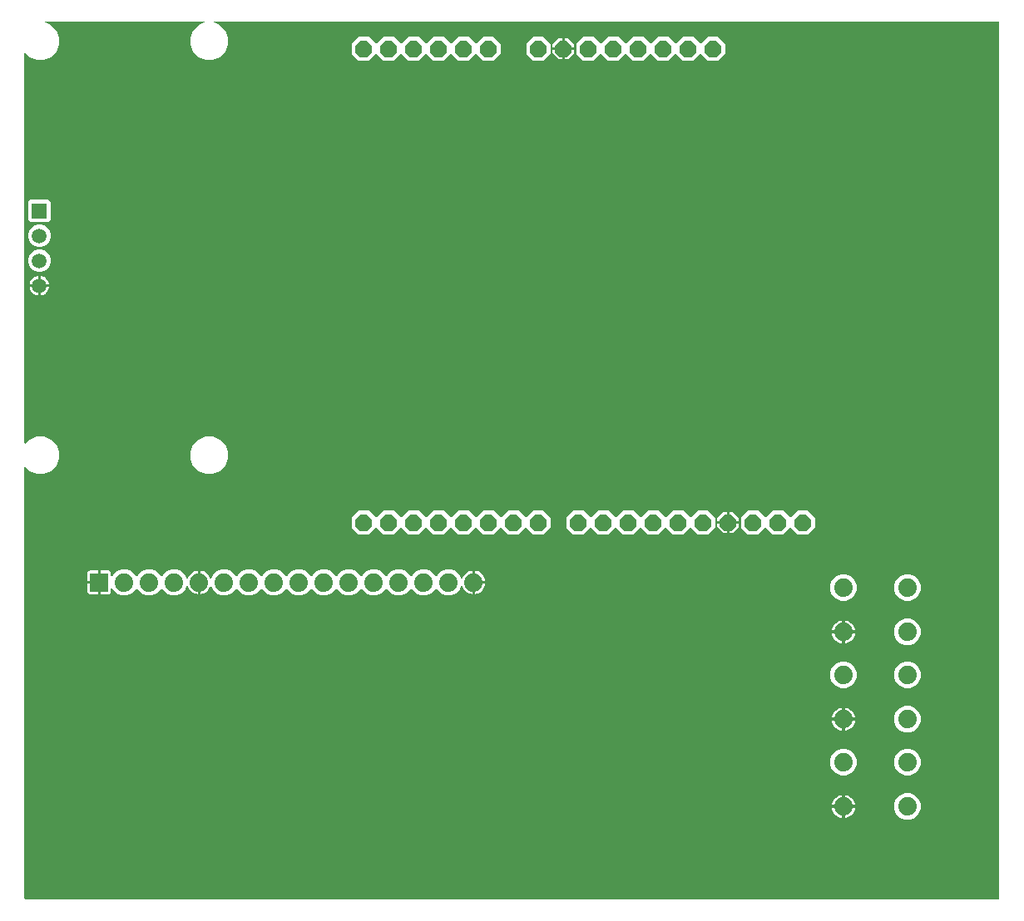
<source format=gbr>
G04 EAGLE Gerber X2 export*
%TF.Part,Single*%
%TF.FileFunction,Copper,L2,Bot,Mixed*%
%TF.FilePolarity,Positive*%
%TF.GenerationSoftware,Autodesk,EAGLE,9.1.3*%
%TF.CreationDate,2018-12-04T08:52:57Z*%
G75*
%MOMM*%
%FSLAX34Y34*%
%LPD*%
%AMOC8*
5,1,8,0,0,1.08239X$1,22.5*%
G01*
%ADD10R,1.879600X1.879600*%
%ADD11C,1.879600*%
%ADD12R,1.508000X1.508000*%
%ADD13C,1.508000*%
%ADD14P,1.814519X8X202.500000*%

G36*
X1001798Y10164D02*
X1001798Y10164D01*
X1001817Y10162D01*
X1001919Y10184D01*
X1002021Y10200D01*
X1002038Y10210D01*
X1002058Y10214D01*
X1002147Y10267D01*
X1002238Y10316D01*
X1002252Y10330D01*
X1002269Y10340D01*
X1002336Y10419D01*
X1002408Y10494D01*
X1002416Y10512D01*
X1002429Y10527D01*
X1002468Y10623D01*
X1002511Y10717D01*
X1002513Y10737D01*
X1002521Y10755D01*
X1002539Y10922D01*
X1002539Y903378D01*
X1002536Y903398D01*
X1002538Y903417D01*
X1002516Y903519D01*
X1002500Y903621D01*
X1002490Y903638D01*
X1002486Y903658D01*
X1002433Y903747D01*
X1002384Y903838D01*
X1002370Y903852D01*
X1002360Y903869D01*
X1002281Y903936D01*
X1002206Y904008D01*
X1002188Y904016D01*
X1002173Y904029D01*
X1002077Y904068D01*
X1001983Y904111D01*
X1001963Y904113D01*
X1001945Y904121D01*
X1001778Y904139D01*
X203817Y904139D01*
X203721Y904124D01*
X203624Y904114D01*
X203600Y904104D01*
X203575Y904100D01*
X203489Y904054D01*
X203400Y904014D01*
X203380Y903997D01*
X203357Y903984D01*
X203290Y903914D01*
X203218Y903848D01*
X203206Y903825D01*
X203188Y903806D01*
X203147Y903718D01*
X203100Y903632D01*
X203095Y903607D01*
X203084Y903583D01*
X203073Y903486D01*
X203056Y903390D01*
X203060Y903364D01*
X203057Y903339D01*
X203078Y903243D01*
X203092Y903147D01*
X203104Y903124D01*
X203109Y903098D01*
X203159Y903015D01*
X203203Y902928D01*
X203222Y902909D01*
X203236Y902887D01*
X203309Y902824D01*
X203379Y902756D01*
X203408Y902740D01*
X203422Y902727D01*
X203453Y902715D01*
X203526Y902675D01*
X209154Y900344D01*
X214544Y894954D01*
X217461Y887911D01*
X217461Y880289D01*
X214544Y873246D01*
X209154Y867856D01*
X202111Y864939D01*
X194489Y864939D01*
X187446Y867856D01*
X182056Y873246D01*
X179139Y880289D01*
X179139Y887911D01*
X182056Y894954D01*
X187446Y900344D01*
X193074Y902675D01*
X193157Y902726D01*
X193243Y902772D01*
X193261Y902791D01*
X193283Y902804D01*
X193345Y902879D01*
X193412Y902950D01*
X193423Y902974D01*
X193440Y902994D01*
X193475Y903085D01*
X193516Y903173D01*
X193519Y903199D01*
X193528Y903223D01*
X193532Y903321D01*
X193543Y903417D01*
X193537Y903443D01*
X193538Y903469D01*
X193511Y903563D01*
X193491Y903658D01*
X193477Y903680D01*
X193470Y903705D01*
X193414Y903785D01*
X193364Y903869D01*
X193345Y903886D01*
X193330Y903907D01*
X193252Y903966D01*
X193178Y904029D01*
X193153Y904039D01*
X193132Y904054D01*
X193040Y904084D01*
X192949Y904121D01*
X192917Y904124D01*
X192898Y904130D01*
X192865Y904130D01*
X192783Y904139D01*
X31817Y904139D01*
X31721Y904124D01*
X31624Y904114D01*
X31600Y904104D01*
X31575Y904100D01*
X31489Y904054D01*
X31400Y904014D01*
X31380Y903997D01*
X31357Y903984D01*
X31290Y903914D01*
X31218Y903848D01*
X31206Y903825D01*
X31188Y903806D01*
X31147Y903718D01*
X31100Y903632D01*
X31095Y903607D01*
X31084Y903583D01*
X31073Y903486D01*
X31056Y903390D01*
X31060Y903364D01*
X31057Y903339D01*
X31078Y903243D01*
X31092Y903147D01*
X31104Y903124D01*
X31109Y903098D01*
X31159Y903015D01*
X31203Y902928D01*
X31222Y902909D01*
X31236Y902887D01*
X31309Y902824D01*
X31379Y902756D01*
X31408Y902740D01*
X31422Y902727D01*
X31453Y902715D01*
X31526Y902675D01*
X37154Y900344D01*
X42544Y894954D01*
X45461Y887911D01*
X45461Y880289D01*
X42544Y873246D01*
X37154Y867856D01*
X30111Y864939D01*
X22489Y864939D01*
X15446Y867856D01*
X11460Y871842D01*
X11402Y871884D01*
X11350Y871934D01*
X11303Y871956D01*
X11261Y871986D01*
X11192Y872007D01*
X11127Y872037D01*
X11075Y872043D01*
X11025Y872058D01*
X10954Y872056D01*
X10883Y872064D01*
X10832Y872053D01*
X10780Y872052D01*
X10712Y872027D01*
X10642Y872012D01*
X10597Y871985D01*
X10549Y871967D01*
X10493Y871923D01*
X10431Y871886D01*
X10397Y871846D01*
X10357Y871814D01*
X10318Y871753D01*
X10271Y871699D01*
X10252Y871651D01*
X10224Y871607D01*
X10206Y871537D01*
X10179Y871471D01*
X10171Y871399D01*
X10163Y871368D01*
X10165Y871345D01*
X10161Y871304D01*
X10161Y474896D01*
X10172Y474825D01*
X10174Y474753D01*
X10192Y474704D01*
X10200Y474653D01*
X10234Y474590D01*
X10259Y474522D01*
X10291Y474482D01*
X10316Y474436D01*
X10368Y474386D01*
X10412Y474330D01*
X10456Y474302D01*
X10494Y474266D01*
X10559Y474236D01*
X10619Y474197D01*
X10670Y474185D01*
X10717Y474163D01*
X10788Y474155D01*
X10858Y474137D01*
X10910Y474141D01*
X10961Y474136D01*
X11032Y474151D01*
X11103Y474156D01*
X11151Y474177D01*
X11202Y474188D01*
X11263Y474225D01*
X11329Y474253D01*
X11385Y474298D01*
X11413Y474314D01*
X11428Y474332D01*
X11460Y474358D01*
X15446Y478344D01*
X22489Y481261D01*
X30111Y481261D01*
X37154Y478344D01*
X42544Y472954D01*
X45461Y465911D01*
X45461Y458289D01*
X42544Y451246D01*
X37154Y445856D01*
X30111Y442939D01*
X22489Y442939D01*
X15446Y445856D01*
X11460Y449842D01*
X11402Y449884D01*
X11350Y449934D01*
X11303Y449956D01*
X11261Y449986D01*
X11192Y450007D01*
X11127Y450037D01*
X11075Y450043D01*
X11025Y450058D01*
X10954Y450056D01*
X10883Y450064D01*
X10832Y450053D01*
X10780Y450052D01*
X10712Y450027D01*
X10642Y450012D01*
X10597Y449985D01*
X10549Y449967D01*
X10493Y449923D01*
X10431Y449886D01*
X10397Y449846D01*
X10357Y449814D01*
X10318Y449753D01*
X10271Y449699D01*
X10252Y449651D01*
X10224Y449607D01*
X10206Y449537D01*
X10179Y449471D01*
X10171Y449399D01*
X10163Y449368D01*
X10165Y449345D01*
X10161Y449304D01*
X10161Y10922D01*
X10164Y10902D01*
X10162Y10883D01*
X10184Y10781D01*
X10200Y10679D01*
X10210Y10662D01*
X10214Y10642D01*
X10267Y10553D01*
X10316Y10462D01*
X10330Y10448D01*
X10340Y10431D01*
X10419Y10364D01*
X10494Y10292D01*
X10512Y10284D01*
X10527Y10271D01*
X10623Y10232D01*
X10717Y10189D01*
X10737Y10187D01*
X10755Y10179D01*
X10922Y10161D01*
X1001778Y10161D01*
X1001798Y10164D01*
G37*
%LPC*%
G36*
X109135Y319401D02*
X109135Y319401D01*
X104210Y321441D01*
X100441Y325210D01*
X99803Y326750D01*
X99752Y326833D01*
X99706Y326919D01*
X99687Y326937D01*
X99674Y326959D01*
X99599Y327021D01*
X99528Y327088D01*
X99504Y327099D01*
X99484Y327116D01*
X99393Y327151D01*
X99305Y327192D01*
X99279Y327195D01*
X99255Y327204D01*
X99157Y327208D01*
X99061Y327219D01*
X99035Y327213D01*
X99009Y327215D01*
X98915Y327187D01*
X98820Y327167D01*
X98798Y327153D01*
X98773Y327146D01*
X98693Y327091D01*
X98609Y327041D01*
X98592Y327021D01*
X98571Y327006D01*
X98512Y326928D01*
X98449Y326854D01*
X98439Y326829D01*
X98424Y326808D01*
X98394Y326716D01*
X98357Y326626D01*
X98354Y326593D01*
X98348Y326575D01*
X98348Y326542D01*
X98339Y326459D01*
X98339Y323068D01*
X98166Y322421D01*
X97831Y321842D01*
X97358Y321369D01*
X96779Y321034D01*
X96132Y320861D01*
X87923Y320861D01*
X87923Y332038D01*
X87920Y332058D01*
X87922Y332077D01*
X87900Y332179D01*
X87883Y332281D01*
X87874Y332298D01*
X87870Y332318D01*
X87817Y332407D01*
X87768Y332498D01*
X87754Y332512D01*
X87744Y332529D01*
X87665Y332596D01*
X87590Y332667D01*
X87572Y332676D01*
X87557Y332689D01*
X87461Y332727D01*
X87367Y332771D01*
X87347Y332773D01*
X87329Y332781D01*
X87162Y332799D01*
X86399Y332799D01*
X86399Y332801D01*
X87162Y332801D01*
X87182Y332804D01*
X87201Y332802D01*
X87303Y332824D01*
X87405Y332841D01*
X87422Y332850D01*
X87442Y332854D01*
X87531Y332907D01*
X87622Y332956D01*
X87636Y332970D01*
X87653Y332980D01*
X87720Y333059D01*
X87791Y333134D01*
X87800Y333152D01*
X87813Y333167D01*
X87852Y333263D01*
X87895Y333357D01*
X87897Y333377D01*
X87905Y333395D01*
X87923Y333562D01*
X87923Y344739D01*
X96132Y344739D01*
X96779Y344566D01*
X97358Y344231D01*
X97831Y343758D01*
X98166Y343179D01*
X98339Y342532D01*
X98339Y339141D01*
X98354Y339045D01*
X98364Y338948D01*
X98374Y338924D01*
X98378Y338898D01*
X98424Y338813D01*
X98464Y338723D01*
X98481Y338704D01*
X98494Y338681D01*
X98564Y338614D01*
X98630Y338542D01*
X98653Y338530D01*
X98672Y338512D01*
X98760Y338471D01*
X98846Y338424D01*
X98871Y338419D01*
X98895Y338408D01*
X98992Y338397D01*
X99088Y338380D01*
X99114Y338384D01*
X99139Y338381D01*
X99235Y338402D01*
X99331Y338416D01*
X99354Y338428D01*
X99380Y338433D01*
X99463Y338483D01*
X99550Y338527D01*
X99569Y338546D01*
X99591Y338559D01*
X99654Y338633D01*
X99722Y338703D01*
X99738Y338731D01*
X99751Y338746D01*
X99763Y338777D01*
X99803Y338850D01*
X100441Y340390D01*
X104210Y344159D01*
X109135Y346199D01*
X114465Y346199D01*
X119390Y344159D01*
X123159Y340390D01*
X123797Y338850D01*
X123835Y338789D01*
X123864Y338724D01*
X123899Y338685D01*
X123926Y338641D01*
X123982Y338595D01*
X124030Y338542D01*
X124076Y338517D01*
X124116Y338484D01*
X124183Y338458D01*
X124246Y338424D01*
X124297Y338415D01*
X124345Y338396D01*
X124417Y338393D01*
X124488Y338380D01*
X124539Y338388D01*
X124591Y338386D01*
X124660Y338405D01*
X124731Y338416D01*
X124777Y338440D01*
X124827Y338454D01*
X124886Y338495D01*
X124950Y338527D01*
X124987Y338565D01*
X125029Y338594D01*
X125072Y338652D01*
X125122Y338703D01*
X125157Y338766D01*
X125176Y338792D01*
X125183Y338814D01*
X125203Y338850D01*
X125841Y340390D01*
X129610Y344159D01*
X134535Y346199D01*
X139865Y346199D01*
X144790Y344159D01*
X148559Y340390D01*
X149197Y338850D01*
X149235Y338789D01*
X149264Y338724D01*
X149299Y338685D01*
X149326Y338641D01*
X149382Y338595D01*
X149430Y338542D01*
X149476Y338517D01*
X149516Y338484D01*
X149583Y338458D01*
X149646Y338424D01*
X149697Y338415D01*
X149745Y338396D01*
X149817Y338393D01*
X149888Y338380D01*
X149939Y338388D01*
X149991Y338386D01*
X150060Y338405D01*
X150131Y338416D01*
X150177Y338440D01*
X150227Y338454D01*
X150286Y338495D01*
X150350Y338527D01*
X150387Y338565D01*
X150429Y338594D01*
X150472Y338652D01*
X150522Y338703D01*
X150557Y338766D01*
X150576Y338792D01*
X150583Y338814D01*
X150603Y338850D01*
X151241Y340390D01*
X155010Y344159D01*
X159935Y346199D01*
X165265Y346199D01*
X170190Y344159D01*
X173959Y340390D01*
X175385Y336947D01*
X175438Y336861D01*
X175487Y336771D01*
X175503Y336756D01*
X175515Y336738D01*
X175593Y336673D01*
X175667Y336604D01*
X175687Y336595D01*
X175704Y336581D01*
X175799Y336544D01*
X175891Y336503D01*
X175913Y336500D01*
X175934Y336493D01*
X176035Y336488D01*
X176136Y336478D01*
X176157Y336483D01*
X176180Y336482D01*
X176277Y336510D01*
X176376Y336533D01*
X176395Y336544D01*
X176416Y336551D01*
X176499Y336608D01*
X176585Y336661D01*
X176600Y336678D01*
X176618Y336691D01*
X176678Y336772D01*
X176743Y336850D01*
X176755Y336875D01*
X176765Y336888D01*
X176775Y336919D01*
X176812Y337003D01*
X176936Y337383D01*
X177789Y339057D01*
X178894Y340578D01*
X180222Y341906D01*
X181743Y343011D01*
X183417Y343864D01*
X185204Y344445D01*
X186477Y344646D01*
X186477Y333562D01*
X186480Y333542D01*
X186478Y333523D01*
X186500Y333421D01*
X186517Y333319D01*
X186526Y333302D01*
X186530Y333282D01*
X186583Y333193D01*
X186632Y333102D01*
X186646Y333088D01*
X186656Y333071D01*
X186735Y333004D01*
X186810Y332933D01*
X186828Y332924D01*
X186843Y332911D01*
X186939Y332873D01*
X187033Y332829D01*
X187053Y332827D01*
X187071Y332819D01*
X187238Y332801D01*
X188762Y332801D01*
X188782Y332804D01*
X188801Y332802D01*
X188903Y332824D01*
X189005Y332841D01*
X189022Y332850D01*
X189042Y332854D01*
X189131Y332907D01*
X189222Y332956D01*
X189236Y332970D01*
X189253Y332980D01*
X189320Y333059D01*
X189391Y333134D01*
X189400Y333152D01*
X189413Y333167D01*
X189452Y333263D01*
X189495Y333357D01*
X189497Y333377D01*
X189505Y333395D01*
X189523Y333562D01*
X189523Y344646D01*
X190796Y344445D01*
X192583Y343864D01*
X194257Y343011D01*
X195778Y341906D01*
X197106Y340578D01*
X198211Y339057D01*
X199064Y337383D01*
X199188Y337003D01*
X199234Y336913D01*
X199275Y336820D01*
X199290Y336804D01*
X199300Y336784D01*
X199373Y336714D01*
X199442Y336639D01*
X199461Y336628D01*
X199477Y336613D01*
X199568Y336569D01*
X199657Y336520D01*
X199679Y336516D01*
X199699Y336507D01*
X199799Y336495D01*
X199899Y336477D01*
X199921Y336480D01*
X199943Y336477D01*
X200042Y336498D01*
X200143Y336513D01*
X200162Y336523D01*
X200184Y336527D01*
X200271Y336578D01*
X200362Y336624D01*
X200377Y336640D01*
X200396Y336651D01*
X200463Y336727D01*
X200534Y336800D01*
X200547Y336824D01*
X200558Y336836D01*
X200571Y336866D01*
X200615Y336947D01*
X202041Y340390D01*
X205810Y344159D01*
X210735Y346199D01*
X216065Y346199D01*
X220990Y344159D01*
X224759Y340390D01*
X225397Y338850D01*
X225435Y338789D01*
X225464Y338724D01*
X225499Y338685D01*
X225526Y338641D01*
X225582Y338595D01*
X225630Y338542D01*
X225676Y338517D01*
X225716Y338484D01*
X225783Y338458D01*
X225846Y338424D01*
X225897Y338415D01*
X225945Y338396D01*
X226017Y338393D01*
X226088Y338380D01*
X226139Y338388D01*
X226191Y338386D01*
X226260Y338405D01*
X226331Y338416D01*
X226377Y338440D01*
X226427Y338454D01*
X226486Y338495D01*
X226550Y338527D01*
X226587Y338565D01*
X226629Y338594D01*
X226672Y338652D01*
X226722Y338703D01*
X226757Y338766D01*
X226776Y338792D01*
X226783Y338814D01*
X226803Y338850D01*
X227441Y340390D01*
X231210Y344159D01*
X236135Y346199D01*
X241465Y346199D01*
X246390Y344159D01*
X250159Y340390D01*
X250797Y338850D01*
X250835Y338789D01*
X250864Y338724D01*
X250899Y338685D01*
X250926Y338641D01*
X250982Y338595D01*
X251030Y338542D01*
X251076Y338517D01*
X251116Y338484D01*
X251183Y338458D01*
X251246Y338424D01*
X251297Y338415D01*
X251345Y338396D01*
X251417Y338393D01*
X251488Y338380D01*
X251539Y338388D01*
X251591Y338386D01*
X251660Y338405D01*
X251731Y338416D01*
X251777Y338440D01*
X251827Y338454D01*
X251886Y338495D01*
X251950Y338527D01*
X251987Y338565D01*
X252029Y338594D01*
X252072Y338652D01*
X252122Y338703D01*
X252157Y338766D01*
X252176Y338792D01*
X252183Y338814D01*
X252203Y338850D01*
X252841Y340390D01*
X256610Y344159D01*
X261535Y346199D01*
X266865Y346199D01*
X271790Y344159D01*
X275559Y340390D01*
X276197Y338850D01*
X276235Y338789D01*
X276264Y338724D01*
X276299Y338685D01*
X276326Y338641D01*
X276382Y338595D01*
X276430Y338542D01*
X276476Y338517D01*
X276516Y338484D01*
X276583Y338458D01*
X276646Y338424D01*
X276697Y338415D01*
X276745Y338396D01*
X276817Y338393D01*
X276888Y338380D01*
X276939Y338388D01*
X276991Y338386D01*
X277060Y338405D01*
X277131Y338416D01*
X277177Y338440D01*
X277227Y338454D01*
X277286Y338495D01*
X277350Y338527D01*
X277387Y338565D01*
X277429Y338594D01*
X277472Y338652D01*
X277522Y338703D01*
X277557Y338766D01*
X277576Y338792D01*
X277583Y338814D01*
X277603Y338850D01*
X278241Y340390D01*
X282010Y344159D01*
X286935Y346199D01*
X292265Y346199D01*
X297190Y344159D01*
X300959Y340390D01*
X301597Y338850D01*
X301635Y338789D01*
X301664Y338724D01*
X301699Y338685D01*
X301726Y338641D01*
X301782Y338595D01*
X301830Y338542D01*
X301876Y338517D01*
X301916Y338484D01*
X301983Y338458D01*
X302046Y338424D01*
X302097Y338415D01*
X302145Y338396D01*
X302217Y338393D01*
X302288Y338380D01*
X302339Y338388D01*
X302391Y338386D01*
X302460Y338405D01*
X302531Y338416D01*
X302577Y338440D01*
X302627Y338454D01*
X302686Y338495D01*
X302750Y338527D01*
X302787Y338565D01*
X302829Y338594D01*
X302872Y338652D01*
X302922Y338703D01*
X302957Y338766D01*
X302976Y338792D01*
X302983Y338814D01*
X303003Y338850D01*
X303641Y340390D01*
X307410Y344159D01*
X312335Y346199D01*
X317665Y346199D01*
X322590Y344159D01*
X326359Y340390D01*
X326997Y338850D01*
X327035Y338789D01*
X327064Y338724D01*
X327099Y338685D01*
X327126Y338641D01*
X327182Y338595D01*
X327230Y338542D01*
X327276Y338517D01*
X327316Y338484D01*
X327383Y338458D01*
X327446Y338424D01*
X327497Y338415D01*
X327545Y338396D01*
X327617Y338393D01*
X327688Y338380D01*
X327739Y338388D01*
X327791Y338386D01*
X327860Y338405D01*
X327931Y338416D01*
X327977Y338440D01*
X328027Y338454D01*
X328086Y338495D01*
X328150Y338527D01*
X328187Y338565D01*
X328229Y338594D01*
X328272Y338652D01*
X328322Y338703D01*
X328357Y338766D01*
X328376Y338792D01*
X328383Y338814D01*
X328403Y338850D01*
X329041Y340390D01*
X332810Y344159D01*
X337735Y346199D01*
X343065Y346199D01*
X347990Y344159D01*
X351759Y340390D01*
X352397Y338850D01*
X352435Y338789D01*
X352464Y338724D01*
X352499Y338685D01*
X352526Y338641D01*
X352582Y338595D01*
X352630Y338542D01*
X352676Y338517D01*
X352716Y338484D01*
X352783Y338458D01*
X352846Y338424D01*
X352897Y338415D01*
X352945Y338396D01*
X353017Y338393D01*
X353088Y338380D01*
X353139Y338388D01*
X353191Y338386D01*
X353260Y338405D01*
X353331Y338416D01*
X353377Y338440D01*
X353427Y338454D01*
X353486Y338495D01*
X353550Y338527D01*
X353587Y338565D01*
X353629Y338594D01*
X353672Y338652D01*
X353722Y338703D01*
X353757Y338766D01*
X353776Y338792D01*
X353783Y338814D01*
X353803Y338850D01*
X354441Y340390D01*
X358210Y344159D01*
X363135Y346199D01*
X368465Y346199D01*
X373390Y344159D01*
X377159Y340390D01*
X377797Y338850D01*
X377835Y338789D01*
X377864Y338724D01*
X377899Y338685D01*
X377926Y338641D01*
X377982Y338595D01*
X378030Y338542D01*
X378076Y338517D01*
X378116Y338484D01*
X378183Y338458D01*
X378246Y338424D01*
X378297Y338415D01*
X378345Y338396D01*
X378417Y338393D01*
X378488Y338380D01*
X378539Y338388D01*
X378591Y338386D01*
X378660Y338405D01*
X378731Y338416D01*
X378777Y338440D01*
X378827Y338454D01*
X378886Y338495D01*
X378950Y338527D01*
X378987Y338565D01*
X379029Y338594D01*
X379072Y338652D01*
X379122Y338703D01*
X379157Y338766D01*
X379176Y338792D01*
X379183Y338814D01*
X379203Y338850D01*
X379841Y340390D01*
X383610Y344159D01*
X388535Y346199D01*
X393865Y346199D01*
X398790Y344159D01*
X402559Y340390D01*
X403197Y338850D01*
X403235Y338789D01*
X403264Y338724D01*
X403299Y338685D01*
X403326Y338641D01*
X403382Y338595D01*
X403430Y338542D01*
X403476Y338517D01*
X403516Y338484D01*
X403583Y338458D01*
X403646Y338424D01*
X403697Y338415D01*
X403745Y338396D01*
X403817Y338393D01*
X403888Y338380D01*
X403939Y338388D01*
X403991Y338386D01*
X404060Y338405D01*
X404131Y338416D01*
X404177Y338440D01*
X404227Y338454D01*
X404286Y338495D01*
X404350Y338527D01*
X404387Y338565D01*
X404429Y338594D01*
X404472Y338652D01*
X404522Y338703D01*
X404557Y338766D01*
X404576Y338792D01*
X404583Y338814D01*
X404603Y338850D01*
X405241Y340390D01*
X409010Y344159D01*
X413935Y346199D01*
X419265Y346199D01*
X424190Y344159D01*
X427959Y340390D01*
X428597Y338850D01*
X428635Y338789D01*
X428664Y338724D01*
X428699Y338685D01*
X428726Y338641D01*
X428782Y338595D01*
X428830Y338542D01*
X428876Y338517D01*
X428916Y338484D01*
X428983Y338458D01*
X429046Y338424D01*
X429097Y338415D01*
X429145Y338396D01*
X429217Y338393D01*
X429288Y338380D01*
X429339Y338388D01*
X429391Y338386D01*
X429460Y338405D01*
X429531Y338416D01*
X429577Y338440D01*
X429627Y338454D01*
X429686Y338495D01*
X429750Y338527D01*
X429787Y338565D01*
X429829Y338594D01*
X429872Y338652D01*
X429922Y338703D01*
X429957Y338766D01*
X429976Y338792D01*
X429983Y338814D01*
X430003Y338850D01*
X430641Y340390D01*
X434410Y344159D01*
X439335Y346199D01*
X444665Y346199D01*
X449590Y344159D01*
X453359Y340390D01*
X454785Y336947D01*
X454838Y336861D01*
X454887Y336771D01*
X454903Y336756D01*
X454915Y336738D01*
X454993Y336673D01*
X455067Y336604D01*
X455087Y336595D01*
X455104Y336581D01*
X455199Y336544D01*
X455291Y336503D01*
X455313Y336500D01*
X455334Y336493D01*
X455435Y336488D01*
X455536Y336478D01*
X455557Y336483D01*
X455580Y336482D01*
X455677Y336510D01*
X455776Y336533D01*
X455795Y336544D01*
X455816Y336551D01*
X455899Y336608D01*
X455985Y336661D01*
X456000Y336678D01*
X456018Y336691D01*
X456078Y336772D01*
X456143Y336850D01*
X456155Y336875D01*
X456165Y336888D01*
X456175Y336919D01*
X456212Y337003D01*
X456336Y337383D01*
X457189Y339057D01*
X458294Y340578D01*
X459622Y341906D01*
X461143Y343011D01*
X462817Y343864D01*
X464604Y344445D01*
X465877Y344646D01*
X465877Y333562D01*
X465880Y333542D01*
X465878Y333523D01*
X465900Y333421D01*
X465917Y333319D01*
X465926Y333302D01*
X465930Y333282D01*
X465983Y333193D01*
X466032Y333102D01*
X466046Y333088D01*
X466056Y333071D01*
X466135Y333004D01*
X466210Y332933D01*
X466228Y332924D01*
X466243Y332911D01*
X466339Y332873D01*
X466433Y332829D01*
X466453Y332827D01*
X466471Y332819D01*
X466638Y332801D01*
X467401Y332801D01*
X467401Y332799D01*
X466638Y332799D01*
X466618Y332796D01*
X466599Y332798D01*
X466497Y332776D01*
X466395Y332759D01*
X466378Y332750D01*
X466358Y332746D01*
X466269Y332693D01*
X466178Y332644D01*
X466164Y332630D01*
X466147Y332620D01*
X466080Y332541D01*
X466009Y332466D01*
X466000Y332448D01*
X465987Y332433D01*
X465948Y332337D01*
X465905Y332243D01*
X465903Y332223D01*
X465895Y332205D01*
X465877Y332038D01*
X465877Y320954D01*
X464604Y321155D01*
X462817Y321736D01*
X461143Y322589D01*
X459622Y323694D01*
X458294Y325022D01*
X457189Y326543D01*
X456336Y328217D01*
X456212Y328597D01*
X456166Y328687D01*
X456125Y328780D01*
X456110Y328796D01*
X456100Y328816D01*
X456027Y328886D01*
X455958Y328961D01*
X455939Y328972D01*
X455923Y328987D01*
X455832Y329031D01*
X455743Y329080D01*
X455721Y329084D01*
X455701Y329093D01*
X455601Y329105D01*
X455501Y329123D01*
X455479Y329120D01*
X455457Y329123D01*
X455358Y329102D01*
X455257Y329087D01*
X455238Y329077D01*
X455216Y329073D01*
X455129Y329022D01*
X455038Y328976D01*
X455023Y328960D01*
X455004Y328949D01*
X454937Y328873D01*
X454866Y328800D01*
X454853Y328776D01*
X454842Y328764D01*
X454829Y328734D01*
X454785Y328653D01*
X453359Y325210D01*
X449590Y321441D01*
X444665Y319401D01*
X439335Y319401D01*
X434410Y321441D01*
X430641Y325210D01*
X430003Y326750D01*
X429965Y326811D01*
X429936Y326876D01*
X429901Y326915D01*
X429874Y326959D01*
X429818Y327005D01*
X429770Y327058D01*
X429724Y327083D01*
X429684Y327116D01*
X429617Y327142D01*
X429554Y327176D01*
X429503Y327185D01*
X429455Y327204D01*
X429383Y327207D01*
X429312Y327220D01*
X429261Y327212D01*
X429209Y327214D01*
X429140Y327195D01*
X429069Y327184D01*
X429023Y327160D01*
X428973Y327146D01*
X428914Y327105D01*
X428850Y327073D01*
X428813Y327035D01*
X428771Y327006D01*
X428728Y326948D01*
X428678Y326897D01*
X428643Y326834D01*
X428624Y326808D01*
X428617Y326786D01*
X428597Y326750D01*
X427959Y325210D01*
X424190Y321441D01*
X419265Y319401D01*
X413935Y319401D01*
X409010Y321441D01*
X405241Y325210D01*
X404603Y326750D01*
X404565Y326811D01*
X404536Y326876D01*
X404501Y326915D01*
X404474Y326959D01*
X404418Y327005D01*
X404370Y327058D01*
X404324Y327083D01*
X404284Y327116D01*
X404217Y327142D01*
X404154Y327176D01*
X404103Y327185D01*
X404055Y327204D01*
X403983Y327207D01*
X403912Y327220D01*
X403861Y327212D01*
X403809Y327214D01*
X403740Y327195D01*
X403669Y327184D01*
X403623Y327160D01*
X403573Y327146D01*
X403514Y327105D01*
X403450Y327073D01*
X403413Y327035D01*
X403371Y327006D01*
X403328Y326948D01*
X403278Y326897D01*
X403243Y326834D01*
X403224Y326808D01*
X403217Y326786D01*
X403197Y326750D01*
X402559Y325210D01*
X398790Y321441D01*
X393865Y319401D01*
X388535Y319401D01*
X383610Y321441D01*
X379841Y325210D01*
X379203Y326750D01*
X379165Y326811D01*
X379136Y326876D01*
X379101Y326915D01*
X379074Y326959D01*
X379018Y327005D01*
X378970Y327058D01*
X378924Y327083D01*
X378884Y327116D01*
X378817Y327142D01*
X378754Y327176D01*
X378703Y327185D01*
X378655Y327204D01*
X378583Y327207D01*
X378512Y327220D01*
X378461Y327212D01*
X378409Y327214D01*
X378340Y327195D01*
X378269Y327184D01*
X378223Y327160D01*
X378173Y327146D01*
X378114Y327105D01*
X378050Y327073D01*
X378013Y327035D01*
X377971Y327006D01*
X377928Y326948D01*
X377878Y326897D01*
X377843Y326834D01*
X377824Y326808D01*
X377817Y326786D01*
X377797Y326750D01*
X377159Y325210D01*
X373390Y321441D01*
X368465Y319401D01*
X363135Y319401D01*
X358210Y321441D01*
X354441Y325210D01*
X353803Y326750D01*
X353765Y326811D01*
X353736Y326876D01*
X353701Y326915D01*
X353674Y326959D01*
X353618Y327005D01*
X353570Y327058D01*
X353524Y327083D01*
X353484Y327116D01*
X353417Y327142D01*
X353354Y327176D01*
X353303Y327185D01*
X353255Y327204D01*
X353183Y327207D01*
X353112Y327220D01*
X353061Y327212D01*
X353009Y327214D01*
X352940Y327195D01*
X352869Y327184D01*
X352823Y327160D01*
X352773Y327146D01*
X352714Y327105D01*
X352650Y327073D01*
X352613Y327035D01*
X352571Y327006D01*
X352528Y326948D01*
X352478Y326897D01*
X352443Y326834D01*
X352424Y326808D01*
X352417Y326786D01*
X352397Y326750D01*
X351759Y325210D01*
X347990Y321441D01*
X343065Y319401D01*
X337735Y319401D01*
X332810Y321441D01*
X329041Y325210D01*
X328403Y326750D01*
X328365Y326811D01*
X328336Y326876D01*
X328301Y326915D01*
X328274Y326959D01*
X328218Y327005D01*
X328170Y327058D01*
X328124Y327083D01*
X328084Y327116D01*
X328017Y327142D01*
X327954Y327176D01*
X327903Y327185D01*
X327855Y327204D01*
X327783Y327207D01*
X327712Y327220D01*
X327661Y327212D01*
X327609Y327214D01*
X327540Y327195D01*
X327469Y327184D01*
X327423Y327160D01*
X327373Y327146D01*
X327314Y327105D01*
X327250Y327073D01*
X327213Y327035D01*
X327171Y327006D01*
X327128Y326948D01*
X327078Y326897D01*
X327043Y326834D01*
X327024Y326808D01*
X327017Y326786D01*
X326997Y326750D01*
X326359Y325210D01*
X322590Y321441D01*
X317665Y319401D01*
X312335Y319401D01*
X307410Y321441D01*
X303641Y325210D01*
X303003Y326750D01*
X302965Y326811D01*
X302936Y326876D01*
X302901Y326915D01*
X302874Y326959D01*
X302818Y327005D01*
X302770Y327058D01*
X302724Y327083D01*
X302684Y327116D01*
X302617Y327142D01*
X302554Y327176D01*
X302503Y327185D01*
X302455Y327204D01*
X302383Y327207D01*
X302312Y327220D01*
X302261Y327212D01*
X302209Y327214D01*
X302140Y327195D01*
X302069Y327184D01*
X302023Y327160D01*
X301973Y327146D01*
X301914Y327105D01*
X301850Y327073D01*
X301813Y327035D01*
X301771Y327006D01*
X301728Y326948D01*
X301678Y326897D01*
X301643Y326834D01*
X301624Y326808D01*
X301617Y326786D01*
X301597Y326750D01*
X300959Y325210D01*
X297190Y321441D01*
X292265Y319401D01*
X286935Y319401D01*
X282010Y321441D01*
X278241Y325210D01*
X277603Y326750D01*
X277565Y326811D01*
X277536Y326876D01*
X277501Y326915D01*
X277474Y326959D01*
X277418Y327005D01*
X277370Y327058D01*
X277324Y327083D01*
X277284Y327116D01*
X277217Y327142D01*
X277154Y327176D01*
X277103Y327185D01*
X277055Y327204D01*
X276983Y327207D01*
X276912Y327220D01*
X276861Y327212D01*
X276809Y327214D01*
X276740Y327195D01*
X276669Y327184D01*
X276623Y327160D01*
X276573Y327146D01*
X276514Y327105D01*
X276450Y327073D01*
X276413Y327035D01*
X276371Y327006D01*
X276328Y326948D01*
X276278Y326897D01*
X276243Y326834D01*
X276224Y326808D01*
X276217Y326786D01*
X276197Y326750D01*
X275559Y325210D01*
X271790Y321441D01*
X266865Y319401D01*
X261535Y319401D01*
X256610Y321441D01*
X252841Y325210D01*
X252203Y326750D01*
X252165Y326811D01*
X252136Y326876D01*
X252101Y326915D01*
X252074Y326959D01*
X252018Y327005D01*
X251970Y327058D01*
X251924Y327083D01*
X251884Y327116D01*
X251817Y327142D01*
X251754Y327176D01*
X251703Y327185D01*
X251655Y327204D01*
X251583Y327207D01*
X251512Y327220D01*
X251461Y327212D01*
X251409Y327214D01*
X251340Y327195D01*
X251269Y327184D01*
X251223Y327160D01*
X251173Y327146D01*
X251114Y327105D01*
X251050Y327073D01*
X251013Y327035D01*
X250971Y327006D01*
X250928Y326948D01*
X250878Y326897D01*
X250843Y326834D01*
X250824Y326808D01*
X250817Y326786D01*
X250797Y326750D01*
X250159Y325210D01*
X246390Y321441D01*
X241465Y319401D01*
X236135Y319401D01*
X231210Y321441D01*
X227441Y325210D01*
X226803Y326750D01*
X226765Y326811D01*
X226736Y326876D01*
X226701Y326915D01*
X226674Y326959D01*
X226618Y327005D01*
X226570Y327058D01*
X226524Y327083D01*
X226484Y327116D01*
X226417Y327142D01*
X226354Y327176D01*
X226303Y327185D01*
X226255Y327204D01*
X226183Y327207D01*
X226112Y327220D01*
X226061Y327212D01*
X226009Y327214D01*
X225940Y327195D01*
X225869Y327184D01*
X225823Y327160D01*
X225773Y327146D01*
X225714Y327105D01*
X225650Y327073D01*
X225613Y327035D01*
X225571Y327006D01*
X225528Y326948D01*
X225478Y326897D01*
X225443Y326834D01*
X225424Y326808D01*
X225417Y326786D01*
X225397Y326750D01*
X224759Y325210D01*
X220990Y321441D01*
X216065Y319401D01*
X210735Y319401D01*
X205810Y321441D01*
X202041Y325210D01*
X200615Y328653D01*
X200562Y328739D01*
X200513Y328829D01*
X200497Y328844D01*
X200485Y328862D01*
X200407Y328927D01*
X200333Y328996D01*
X200313Y329005D01*
X200296Y329019D01*
X200201Y329056D01*
X200109Y329097D01*
X200087Y329100D01*
X200066Y329107D01*
X199965Y329112D01*
X199864Y329122D01*
X199843Y329117D01*
X199820Y329118D01*
X199723Y329090D01*
X199624Y329067D01*
X199605Y329056D01*
X199584Y329049D01*
X199501Y328992D01*
X199415Y328939D01*
X199400Y328922D01*
X199382Y328909D01*
X199322Y328828D01*
X199257Y328750D01*
X199245Y328725D01*
X199235Y328712D01*
X199225Y328681D01*
X199188Y328597D01*
X199064Y328217D01*
X198211Y326543D01*
X197106Y325022D01*
X195778Y323694D01*
X194257Y322589D01*
X192583Y321736D01*
X190796Y321155D01*
X189523Y320954D01*
X189523Y332038D01*
X189520Y332058D01*
X189522Y332077D01*
X189500Y332179D01*
X189483Y332281D01*
X189474Y332298D01*
X189470Y332318D01*
X189417Y332407D01*
X189368Y332498D01*
X189354Y332512D01*
X189344Y332529D01*
X189265Y332596D01*
X189190Y332667D01*
X189172Y332676D01*
X189157Y332689D01*
X189061Y332727D01*
X188967Y332771D01*
X188947Y332773D01*
X188929Y332781D01*
X188762Y332799D01*
X187238Y332799D01*
X187218Y332796D01*
X187199Y332798D01*
X187097Y332776D01*
X186995Y332759D01*
X186978Y332750D01*
X186958Y332746D01*
X186869Y332693D01*
X186778Y332644D01*
X186764Y332630D01*
X186747Y332620D01*
X186680Y332541D01*
X186609Y332466D01*
X186600Y332448D01*
X186587Y332433D01*
X186548Y332337D01*
X186505Y332243D01*
X186503Y332223D01*
X186495Y332205D01*
X186477Y332038D01*
X186477Y320954D01*
X185204Y321155D01*
X183417Y321736D01*
X181743Y322589D01*
X180222Y323694D01*
X178894Y325022D01*
X177789Y326543D01*
X176936Y328217D01*
X176812Y328597D01*
X176766Y328687D01*
X176725Y328780D01*
X176710Y328796D01*
X176700Y328816D01*
X176627Y328886D01*
X176558Y328961D01*
X176539Y328972D01*
X176523Y328987D01*
X176432Y329031D01*
X176343Y329080D01*
X176321Y329084D01*
X176301Y329093D01*
X176201Y329105D01*
X176101Y329123D01*
X176079Y329120D01*
X176057Y329123D01*
X175958Y329102D01*
X175857Y329087D01*
X175838Y329077D01*
X175816Y329073D01*
X175729Y329022D01*
X175638Y328976D01*
X175623Y328960D01*
X175604Y328949D01*
X175537Y328873D01*
X175466Y328800D01*
X175453Y328776D01*
X175442Y328764D01*
X175429Y328734D01*
X175385Y328653D01*
X173959Y325210D01*
X170190Y321441D01*
X165265Y319401D01*
X159935Y319401D01*
X155010Y321441D01*
X151241Y325210D01*
X150603Y326750D01*
X150565Y326811D01*
X150536Y326876D01*
X150501Y326915D01*
X150474Y326959D01*
X150418Y327005D01*
X150370Y327058D01*
X150324Y327083D01*
X150284Y327116D01*
X150217Y327142D01*
X150154Y327176D01*
X150103Y327185D01*
X150055Y327204D01*
X149983Y327207D01*
X149912Y327220D01*
X149861Y327212D01*
X149809Y327214D01*
X149740Y327195D01*
X149669Y327184D01*
X149623Y327160D01*
X149573Y327146D01*
X149514Y327105D01*
X149450Y327073D01*
X149413Y327035D01*
X149371Y327006D01*
X149328Y326948D01*
X149278Y326897D01*
X149243Y326834D01*
X149224Y326808D01*
X149217Y326786D01*
X149197Y326750D01*
X148559Y325210D01*
X144790Y321441D01*
X139865Y319401D01*
X134535Y319401D01*
X129610Y321441D01*
X125841Y325210D01*
X125203Y326750D01*
X125165Y326811D01*
X125136Y326876D01*
X125101Y326915D01*
X125074Y326959D01*
X125018Y327005D01*
X124970Y327058D01*
X124924Y327083D01*
X124884Y327116D01*
X124817Y327142D01*
X124754Y327176D01*
X124703Y327185D01*
X124655Y327204D01*
X124583Y327207D01*
X124512Y327220D01*
X124461Y327212D01*
X124409Y327214D01*
X124340Y327195D01*
X124269Y327184D01*
X124223Y327160D01*
X124173Y327146D01*
X124114Y327105D01*
X124050Y327073D01*
X124013Y327035D01*
X123971Y327006D01*
X123928Y326948D01*
X123878Y326897D01*
X123843Y326834D01*
X123824Y326808D01*
X123817Y326786D01*
X123797Y326750D01*
X123159Y325210D01*
X119390Y321441D01*
X114465Y319401D01*
X109135Y319401D01*
G37*
%LPD*%
%LPC*%
G36*
X350471Y381317D02*
X350471Y381317D01*
X343217Y388571D01*
X343217Y398829D01*
X350471Y406083D01*
X360729Y406083D01*
X367762Y399050D01*
X367778Y399038D01*
X367790Y399023D01*
X367878Y398967D01*
X367961Y398907D01*
X367980Y398901D01*
X367997Y398890D01*
X368098Y398865D01*
X368197Y398834D01*
X368216Y398835D01*
X368236Y398830D01*
X368339Y398838D01*
X368442Y398841D01*
X368461Y398847D01*
X368481Y398849D01*
X368576Y398889D01*
X368673Y398925D01*
X368689Y398938D01*
X368707Y398945D01*
X368838Y399050D01*
X375871Y406083D01*
X386129Y406083D01*
X393162Y399050D01*
X393178Y399038D01*
X393190Y399023D01*
X393278Y398967D01*
X393361Y398907D01*
X393380Y398901D01*
X393397Y398890D01*
X393498Y398865D01*
X393597Y398834D01*
X393616Y398835D01*
X393636Y398830D01*
X393739Y398838D01*
X393842Y398841D01*
X393861Y398847D01*
X393881Y398849D01*
X393976Y398889D01*
X394073Y398925D01*
X394089Y398938D01*
X394107Y398945D01*
X394238Y399050D01*
X401271Y406083D01*
X411529Y406083D01*
X418562Y399050D01*
X418578Y399038D01*
X418590Y399023D01*
X418678Y398967D01*
X418761Y398907D01*
X418780Y398901D01*
X418797Y398890D01*
X418898Y398865D01*
X418997Y398834D01*
X419016Y398835D01*
X419036Y398830D01*
X419139Y398838D01*
X419242Y398841D01*
X419261Y398847D01*
X419281Y398849D01*
X419376Y398889D01*
X419473Y398925D01*
X419489Y398938D01*
X419507Y398945D01*
X419638Y399050D01*
X426671Y406083D01*
X436929Y406083D01*
X443962Y399050D01*
X443978Y399038D01*
X443990Y399023D01*
X444078Y398967D01*
X444161Y398907D01*
X444180Y398901D01*
X444197Y398890D01*
X444298Y398865D01*
X444397Y398834D01*
X444416Y398835D01*
X444436Y398830D01*
X444539Y398838D01*
X444642Y398841D01*
X444661Y398847D01*
X444681Y398849D01*
X444776Y398889D01*
X444873Y398925D01*
X444889Y398938D01*
X444907Y398945D01*
X445038Y399050D01*
X452071Y406083D01*
X462329Y406083D01*
X469362Y399050D01*
X469378Y399038D01*
X469390Y399023D01*
X469478Y398967D01*
X469561Y398907D01*
X469580Y398901D01*
X469597Y398890D01*
X469698Y398865D01*
X469797Y398834D01*
X469816Y398835D01*
X469836Y398830D01*
X469939Y398838D01*
X470042Y398841D01*
X470061Y398847D01*
X470081Y398849D01*
X470176Y398889D01*
X470273Y398925D01*
X470289Y398938D01*
X470307Y398945D01*
X470438Y399050D01*
X477471Y406083D01*
X487729Y406083D01*
X494762Y399050D01*
X494778Y399038D01*
X494790Y399023D01*
X494878Y398967D01*
X494961Y398907D01*
X494980Y398901D01*
X494997Y398890D01*
X495098Y398865D01*
X495197Y398834D01*
X495216Y398835D01*
X495236Y398830D01*
X495339Y398838D01*
X495442Y398841D01*
X495461Y398847D01*
X495481Y398849D01*
X495576Y398889D01*
X495673Y398925D01*
X495689Y398938D01*
X495707Y398945D01*
X495838Y399050D01*
X502871Y406083D01*
X513129Y406083D01*
X520162Y399050D01*
X520178Y399038D01*
X520190Y399023D01*
X520278Y398967D01*
X520361Y398907D01*
X520380Y398901D01*
X520397Y398890D01*
X520498Y398865D01*
X520597Y398834D01*
X520616Y398835D01*
X520636Y398830D01*
X520739Y398838D01*
X520842Y398841D01*
X520861Y398847D01*
X520881Y398849D01*
X520976Y398889D01*
X521073Y398925D01*
X521089Y398938D01*
X521107Y398945D01*
X521238Y399050D01*
X528271Y406083D01*
X538529Y406083D01*
X545783Y398829D01*
X545783Y388571D01*
X538529Y381317D01*
X528271Y381317D01*
X521238Y388350D01*
X521222Y388362D01*
X521210Y388377D01*
X521122Y388433D01*
X521039Y388493D01*
X521020Y388499D01*
X521003Y388510D01*
X520902Y388535D01*
X520803Y388566D01*
X520784Y388565D01*
X520764Y388570D01*
X520661Y388562D01*
X520558Y388559D01*
X520539Y388553D01*
X520519Y388551D01*
X520424Y388511D01*
X520327Y388475D01*
X520311Y388462D01*
X520293Y388455D01*
X520162Y388350D01*
X513129Y381317D01*
X502871Y381317D01*
X495838Y388350D01*
X495822Y388362D01*
X495810Y388377D01*
X495722Y388433D01*
X495639Y388493D01*
X495620Y388499D01*
X495603Y388510D01*
X495502Y388535D01*
X495403Y388566D01*
X495384Y388565D01*
X495364Y388570D01*
X495261Y388562D01*
X495158Y388559D01*
X495139Y388553D01*
X495119Y388551D01*
X495024Y388511D01*
X494927Y388475D01*
X494911Y388462D01*
X494893Y388455D01*
X494762Y388350D01*
X487729Y381317D01*
X477471Y381317D01*
X470438Y388350D01*
X470422Y388362D01*
X470410Y388377D01*
X470322Y388433D01*
X470239Y388493D01*
X470220Y388499D01*
X470203Y388510D01*
X470102Y388535D01*
X470003Y388566D01*
X469984Y388565D01*
X469964Y388570D01*
X469861Y388562D01*
X469758Y388559D01*
X469739Y388553D01*
X469719Y388551D01*
X469624Y388511D01*
X469527Y388475D01*
X469511Y388462D01*
X469493Y388455D01*
X469362Y388350D01*
X462329Y381317D01*
X452071Y381317D01*
X445038Y388350D01*
X445022Y388362D01*
X445010Y388377D01*
X444922Y388433D01*
X444839Y388493D01*
X444820Y388499D01*
X444803Y388510D01*
X444702Y388535D01*
X444603Y388566D01*
X444584Y388565D01*
X444564Y388570D01*
X444461Y388562D01*
X444358Y388559D01*
X444339Y388553D01*
X444319Y388551D01*
X444224Y388511D01*
X444127Y388475D01*
X444111Y388462D01*
X444093Y388455D01*
X443962Y388350D01*
X436929Y381317D01*
X426671Y381317D01*
X419638Y388350D01*
X419622Y388362D01*
X419610Y388377D01*
X419522Y388433D01*
X419439Y388493D01*
X419420Y388499D01*
X419403Y388510D01*
X419302Y388535D01*
X419203Y388566D01*
X419184Y388565D01*
X419164Y388570D01*
X419061Y388562D01*
X418958Y388559D01*
X418939Y388553D01*
X418919Y388551D01*
X418824Y388511D01*
X418727Y388475D01*
X418711Y388462D01*
X418693Y388455D01*
X418562Y388350D01*
X411529Y381317D01*
X401271Y381317D01*
X394238Y388350D01*
X394222Y388362D01*
X394210Y388377D01*
X394122Y388433D01*
X394039Y388493D01*
X394020Y388499D01*
X394003Y388510D01*
X393902Y388535D01*
X393803Y388566D01*
X393784Y388565D01*
X393764Y388570D01*
X393661Y388562D01*
X393558Y388559D01*
X393539Y388553D01*
X393519Y388551D01*
X393424Y388511D01*
X393327Y388475D01*
X393311Y388462D01*
X393293Y388455D01*
X393162Y388350D01*
X386129Y381317D01*
X375871Y381317D01*
X368838Y388350D01*
X368822Y388362D01*
X368810Y388377D01*
X368722Y388433D01*
X368639Y388493D01*
X368620Y388499D01*
X368603Y388510D01*
X368502Y388535D01*
X368403Y388566D01*
X368384Y388565D01*
X368364Y388570D01*
X368261Y388562D01*
X368158Y388559D01*
X368139Y388553D01*
X368119Y388551D01*
X368024Y388511D01*
X367927Y388475D01*
X367911Y388462D01*
X367893Y388455D01*
X367762Y388350D01*
X360729Y381317D01*
X350471Y381317D01*
G37*
%LPD*%
%LPC*%
G36*
X579071Y863917D02*
X579071Y863917D01*
X571817Y871171D01*
X571817Y881429D01*
X579071Y888683D01*
X589329Y888683D01*
X596362Y881650D01*
X596378Y881638D01*
X596390Y881623D01*
X596478Y881567D01*
X596561Y881507D01*
X596580Y881501D01*
X596597Y881490D01*
X596698Y881465D01*
X596797Y881434D01*
X596816Y881435D01*
X596836Y881430D01*
X596939Y881438D01*
X597042Y881441D01*
X597061Y881447D01*
X597081Y881449D01*
X597176Y881489D01*
X597273Y881525D01*
X597289Y881538D01*
X597307Y881545D01*
X597438Y881650D01*
X604471Y888683D01*
X614729Y888683D01*
X621762Y881650D01*
X621778Y881638D01*
X621790Y881623D01*
X621878Y881567D01*
X621961Y881507D01*
X621980Y881501D01*
X621997Y881490D01*
X622098Y881465D01*
X622197Y881434D01*
X622216Y881435D01*
X622236Y881430D01*
X622339Y881438D01*
X622442Y881441D01*
X622461Y881447D01*
X622481Y881449D01*
X622576Y881489D01*
X622673Y881525D01*
X622689Y881538D01*
X622707Y881545D01*
X622838Y881650D01*
X629871Y888683D01*
X640129Y888683D01*
X647162Y881650D01*
X647178Y881638D01*
X647190Y881623D01*
X647278Y881567D01*
X647361Y881507D01*
X647380Y881501D01*
X647397Y881490D01*
X647498Y881465D01*
X647597Y881434D01*
X647616Y881435D01*
X647636Y881430D01*
X647739Y881438D01*
X647842Y881441D01*
X647861Y881447D01*
X647881Y881449D01*
X647976Y881489D01*
X648073Y881525D01*
X648089Y881538D01*
X648107Y881545D01*
X648238Y881650D01*
X655271Y888683D01*
X665529Y888683D01*
X672562Y881650D01*
X672578Y881638D01*
X672590Y881623D01*
X672678Y881567D01*
X672761Y881507D01*
X672780Y881501D01*
X672797Y881490D01*
X672898Y881465D01*
X672997Y881434D01*
X673016Y881435D01*
X673036Y881430D01*
X673139Y881438D01*
X673242Y881441D01*
X673261Y881447D01*
X673281Y881449D01*
X673376Y881489D01*
X673473Y881525D01*
X673489Y881538D01*
X673507Y881545D01*
X673638Y881650D01*
X680671Y888683D01*
X690929Y888683D01*
X697962Y881650D01*
X697978Y881638D01*
X697990Y881623D01*
X698078Y881567D01*
X698161Y881507D01*
X698180Y881501D01*
X698197Y881490D01*
X698298Y881465D01*
X698397Y881434D01*
X698416Y881435D01*
X698436Y881430D01*
X698539Y881438D01*
X698642Y881441D01*
X698661Y881447D01*
X698681Y881449D01*
X698776Y881489D01*
X698873Y881525D01*
X698889Y881538D01*
X698907Y881545D01*
X699038Y881650D01*
X706071Y888683D01*
X716329Y888683D01*
X723583Y881429D01*
X723583Y871171D01*
X716329Y863917D01*
X706071Y863917D01*
X699038Y870950D01*
X699022Y870962D01*
X699010Y870977D01*
X698922Y871033D01*
X698839Y871093D01*
X698820Y871099D01*
X698803Y871110D01*
X698702Y871135D01*
X698603Y871166D01*
X698584Y871165D01*
X698564Y871170D01*
X698461Y871162D01*
X698358Y871159D01*
X698339Y871153D01*
X698319Y871151D01*
X698224Y871111D01*
X698127Y871075D01*
X698111Y871062D01*
X698093Y871055D01*
X697962Y870950D01*
X690929Y863917D01*
X680671Y863917D01*
X673638Y870950D01*
X673622Y870962D01*
X673610Y870977D01*
X673522Y871033D01*
X673439Y871093D01*
X673420Y871099D01*
X673403Y871110D01*
X673302Y871135D01*
X673203Y871166D01*
X673184Y871165D01*
X673164Y871170D01*
X673061Y871162D01*
X672958Y871159D01*
X672939Y871153D01*
X672919Y871151D01*
X672824Y871111D01*
X672727Y871075D01*
X672711Y871062D01*
X672693Y871055D01*
X672562Y870950D01*
X665529Y863917D01*
X655271Y863917D01*
X648238Y870950D01*
X648222Y870962D01*
X648210Y870977D01*
X648122Y871033D01*
X648039Y871093D01*
X648020Y871099D01*
X648003Y871110D01*
X647902Y871135D01*
X647803Y871166D01*
X647784Y871165D01*
X647764Y871170D01*
X647661Y871162D01*
X647558Y871159D01*
X647539Y871153D01*
X647519Y871151D01*
X647424Y871111D01*
X647327Y871075D01*
X647311Y871062D01*
X647293Y871055D01*
X647162Y870950D01*
X640129Y863917D01*
X629871Y863917D01*
X622838Y870950D01*
X622822Y870962D01*
X622810Y870977D01*
X622722Y871033D01*
X622639Y871093D01*
X622620Y871099D01*
X622603Y871110D01*
X622502Y871135D01*
X622403Y871166D01*
X622384Y871165D01*
X622364Y871170D01*
X622261Y871162D01*
X622158Y871159D01*
X622139Y871153D01*
X622119Y871151D01*
X622024Y871111D01*
X621927Y871075D01*
X621911Y871062D01*
X621893Y871055D01*
X621762Y870950D01*
X614729Y863917D01*
X604471Y863917D01*
X597438Y870950D01*
X597422Y870962D01*
X597410Y870977D01*
X597322Y871033D01*
X597239Y871093D01*
X597220Y871099D01*
X597203Y871110D01*
X597102Y871135D01*
X597003Y871166D01*
X596984Y871165D01*
X596964Y871170D01*
X596861Y871162D01*
X596758Y871159D01*
X596739Y871153D01*
X596719Y871151D01*
X596624Y871111D01*
X596527Y871075D01*
X596511Y871062D01*
X596493Y871055D01*
X596362Y870950D01*
X589329Y863917D01*
X579071Y863917D01*
G37*
%LPD*%
%LPC*%
G36*
X350471Y863917D02*
X350471Y863917D01*
X343217Y871171D01*
X343217Y881429D01*
X350471Y888683D01*
X360729Y888683D01*
X367762Y881650D01*
X367778Y881638D01*
X367790Y881623D01*
X367878Y881567D01*
X367961Y881507D01*
X367980Y881501D01*
X367997Y881490D01*
X368098Y881465D01*
X368197Y881434D01*
X368216Y881435D01*
X368236Y881430D01*
X368339Y881438D01*
X368442Y881441D01*
X368461Y881447D01*
X368481Y881449D01*
X368576Y881489D01*
X368673Y881525D01*
X368689Y881538D01*
X368707Y881545D01*
X368838Y881650D01*
X375871Y888683D01*
X386129Y888683D01*
X393162Y881650D01*
X393178Y881638D01*
X393190Y881623D01*
X393278Y881567D01*
X393361Y881507D01*
X393380Y881501D01*
X393397Y881490D01*
X393498Y881465D01*
X393597Y881434D01*
X393616Y881435D01*
X393636Y881430D01*
X393739Y881438D01*
X393842Y881441D01*
X393861Y881447D01*
X393881Y881449D01*
X393976Y881489D01*
X394073Y881525D01*
X394089Y881538D01*
X394107Y881545D01*
X394238Y881650D01*
X401271Y888683D01*
X411529Y888683D01*
X418562Y881650D01*
X418578Y881638D01*
X418590Y881623D01*
X418678Y881567D01*
X418761Y881507D01*
X418780Y881501D01*
X418797Y881490D01*
X418898Y881465D01*
X418997Y881434D01*
X419016Y881435D01*
X419036Y881430D01*
X419139Y881438D01*
X419242Y881441D01*
X419261Y881447D01*
X419281Y881449D01*
X419376Y881489D01*
X419473Y881525D01*
X419489Y881538D01*
X419507Y881545D01*
X419638Y881650D01*
X426671Y888683D01*
X436929Y888683D01*
X443962Y881650D01*
X443978Y881638D01*
X443990Y881623D01*
X444078Y881567D01*
X444161Y881507D01*
X444180Y881501D01*
X444197Y881490D01*
X444298Y881465D01*
X444397Y881434D01*
X444416Y881435D01*
X444436Y881430D01*
X444539Y881438D01*
X444642Y881441D01*
X444661Y881447D01*
X444681Y881449D01*
X444776Y881489D01*
X444873Y881525D01*
X444889Y881538D01*
X444907Y881545D01*
X445038Y881650D01*
X452071Y888683D01*
X462329Y888683D01*
X469362Y881650D01*
X469378Y881638D01*
X469390Y881623D01*
X469478Y881567D01*
X469561Y881507D01*
X469580Y881501D01*
X469597Y881490D01*
X469698Y881465D01*
X469797Y881434D01*
X469816Y881435D01*
X469836Y881430D01*
X469939Y881438D01*
X470042Y881441D01*
X470061Y881447D01*
X470081Y881449D01*
X470176Y881489D01*
X470273Y881525D01*
X470289Y881538D01*
X470307Y881545D01*
X470438Y881650D01*
X477471Y888683D01*
X487729Y888683D01*
X494983Y881429D01*
X494983Y871171D01*
X487729Y863917D01*
X477471Y863917D01*
X470438Y870950D01*
X470422Y870962D01*
X470410Y870977D01*
X470322Y871033D01*
X470239Y871093D01*
X470220Y871099D01*
X470203Y871110D01*
X470102Y871135D01*
X470003Y871166D01*
X469984Y871165D01*
X469964Y871170D01*
X469861Y871162D01*
X469758Y871159D01*
X469739Y871153D01*
X469719Y871151D01*
X469624Y871111D01*
X469527Y871075D01*
X469511Y871062D01*
X469493Y871055D01*
X469362Y870950D01*
X462329Y863917D01*
X452071Y863917D01*
X445038Y870950D01*
X445022Y870962D01*
X445010Y870977D01*
X444922Y871033D01*
X444839Y871093D01*
X444820Y871099D01*
X444803Y871110D01*
X444702Y871135D01*
X444603Y871166D01*
X444584Y871165D01*
X444564Y871170D01*
X444461Y871162D01*
X444358Y871159D01*
X444339Y871153D01*
X444319Y871151D01*
X444224Y871111D01*
X444127Y871075D01*
X444111Y871062D01*
X444093Y871055D01*
X443962Y870950D01*
X436929Y863917D01*
X426671Y863917D01*
X419638Y870950D01*
X419622Y870962D01*
X419610Y870977D01*
X419522Y871033D01*
X419439Y871093D01*
X419420Y871099D01*
X419403Y871110D01*
X419302Y871135D01*
X419203Y871166D01*
X419184Y871165D01*
X419164Y871170D01*
X419061Y871162D01*
X418958Y871159D01*
X418939Y871153D01*
X418919Y871151D01*
X418824Y871111D01*
X418727Y871075D01*
X418711Y871062D01*
X418693Y871055D01*
X418562Y870950D01*
X411529Y863917D01*
X401271Y863917D01*
X394238Y870950D01*
X394222Y870962D01*
X394210Y870977D01*
X394122Y871033D01*
X394039Y871093D01*
X394020Y871099D01*
X394003Y871110D01*
X393902Y871135D01*
X393803Y871166D01*
X393784Y871165D01*
X393764Y871170D01*
X393661Y871162D01*
X393558Y871159D01*
X393539Y871153D01*
X393519Y871151D01*
X393424Y871111D01*
X393327Y871075D01*
X393311Y871062D01*
X393293Y871055D01*
X393162Y870950D01*
X386129Y863917D01*
X375871Y863917D01*
X368838Y870950D01*
X368822Y870962D01*
X368810Y870977D01*
X368722Y871033D01*
X368639Y871093D01*
X368620Y871099D01*
X368603Y871110D01*
X368502Y871135D01*
X368403Y871166D01*
X368384Y871165D01*
X368364Y871170D01*
X368261Y871162D01*
X368158Y871159D01*
X368139Y871153D01*
X368119Y871151D01*
X368024Y871111D01*
X367927Y871075D01*
X367911Y871062D01*
X367893Y871055D01*
X367762Y870950D01*
X360729Y863917D01*
X350471Y863917D01*
G37*
%LPD*%
%LPC*%
G36*
X568911Y381317D02*
X568911Y381317D01*
X561657Y388571D01*
X561657Y398829D01*
X568911Y406083D01*
X579169Y406083D01*
X586202Y399050D01*
X586218Y399038D01*
X586230Y399023D01*
X586318Y398967D01*
X586401Y398907D01*
X586420Y398901D01*
X586437Y398890D01*
X586538Y398865D01*
X586637Y398834D01*
X586656Y398835D01*
X586676Y398830D01*
X586779Y398838D01*
X586882Y398841D01*
X586901Y398847D01*
X586921Y398849D01*
X587016Y398889D01*
X587113Y398925D01*
X587129Y398938D01*
X587147Y398945D01*
X587278Y399050D01*
X594311Y406083D01*
X604569Y406083D01*
X611602Y399050D01*
X611618Y399038D01*
X611630Y399023D01*
X611718Y398967D01*
X611801Y398907D01*
X611820Y398901D01*
X611837Y398890D01*
X611938Y398865D01*
X612037Y398834D01*
X612056Y398835D01*
X612076Y398830D01*
X612179Y398838D01*
X612282Y398841D01*
X612301Y398847D01*
X612321Y398849D01*
X612416Y398889D01*
X612513Y398925D01*
X612529Y398938D01*
X612547Y398945D01*
X612678Y399050D01*
X619711Y406083D01*
X629969Y406083D01*
X637002Y399050D01*
X637018Y399038D01*
X637030Y399023D01*
X637118Y398967D01*
X637201Y398907D01*
X637220Y398901D01*
X637237Y398890D01*
X637338Y398865D01*
X637437Y398834D01*
X637456Y398835D01*
X637476Y398830D01*
X637579Y398838D01*
X637682Y398841D01*
X637701Y398847D01*
X637721Y398849D01*
X637816Y398889D01*
X637913Y398925D01*
X637929Y398938D01*
X637947Y398945D01*
X638078Y399050D01*
X645111Y406083D01*
X655369Y406083D01*
X662402Y399050D01*
X662418Y399038D01*
X662430Y399023D01*
X662518Y398967D01*
X662601Y398907D01*
X662620Y398901D01*
X662637Y398890D01*
X662738Y398865D01*
X662837Y398834D01*
X662856Y398835D01*
X662876Y398830D01*
X662979Y398838D01*
X663082Y398841D01*
X663101Y398847D01*
X663121Y398849D01*
X663216Y398889D01*
X663313Y398925D01*
X663329Y398938D01*
X663347Y398945D01*
X663478Y399050D01*
X670511Y406083D01*
X680769Y406083D01*
X687802Y399050D01*
X687818Y399038D01*
X687830Y399023D01*
X687918Y398967D01*
X688001Y398907D01*
X688020Y398901D01*
X688037Y398890D01*
X688138Y398865D01*
X688237Y398834D01*
X688256Y398835D01*
X688276Y398830D01*
X688379Y398838D01*
X688482Y398841D01*
X688501Y398847D01*
X688521Y398849D01*
X688616Y398889D01*
X688713Y398925D01*
X688729Y398938D01*
X688747Y398945D01*
X688878Y399050D01*
X695911Y406083D01*
X706169Y406083D01*
X713423Y398829D01*
X713423Y388571D01*
X706169Y381317D01*
X695911Y381317D01*
X688878Y388350D01*
X688862Y388362D01*
X688850Y388377D01*
X688762Y388433D01*
X688679Y388493D01*
X688660Y388499D01*
X688643Y388510D01*
X688542Y388535D01*
X688443Y388566D01*
X688424Y388565D01*
X688404Y388570D01*
X688301Y388562D01*
X688198Y388559D01*
X688179Y388553D01*
X688159Y388551D01*
X688064Y388511D01*
X687967Y388475D01*
X687951Y388462D01*
X687933Y388455D01*
X687802Y388350D01*
X680769Y381317D01*
X670511Y381317D01*
X663478Y388350D01*
X663462Y388362D01*
X663450Y388377D01*
X663362Y388433D01*
X663279Y388493D01*
X663260Y388499D01*
X663243Y388510D01*
X663142Y388535D01*
X663043Y388566D01*
X663024Y388565D01*
X663004Y388570D01*
X662901Y388562D01*
X662798Y388559D01*
X662779Y388553D01*
X662759Y388551D01*
X662664Y388511D01*
X662567Y388475D01*
X662551Y388462D01*
X662533Y388455D01*
X662402Y388350D01*
X655369Y381317D01*
X645111Y381317D01*
X638078Y388350D01*
X638062Y388362D01*
X638050Y388377D01*
X637962Y388433D01*
X637879Y388493D01*
X637860Y388499D01*
X637843Y388510D01*
X637742Y388535D01*
X637643Y388566D01*
X637624Y388565D01*
X637604Y388570D01*
X637501Y388562D01*
X637398Y388559D01*
X637379Y388553D01*
X637359Y388551D01*
X637264Y388511D01*
X637167Y388475D01*
X637151Y388462D01*
X637133Y388455D01*
X637002Y388350D01*
X629969Y381317D01*
X619711Y381317D01*
X612678Y388350D01*
X612662Y388362D01*
X612650Y388377D01*
X612562Y388433D01*
X612479Y388493D01*
X612460Y388499D01*
X612443Y388510D01*
X612342Y388535D01*
X612243Y388566D01*
X612224Y388565D01*
X612204Y388570D01*
X612101Y388562D01*
X611998Y388559D01*
X611979Y388553D01*
X611959Y388551D01*
X611864Y388511D01*
X611767Y388475D01*
X611751Y388462D01*
X611733Y388455D01*
X611602Y388350D01*
X604569Y381317D01*
X594311Y381317D01*
X587278Y388350D01*
X587262Y388362D01*
X587250Y388377D01*
X587162Y388433D01*
X587079Y388493D01*
X587060Y388499D01*
X587043Y388510D01*
X586942Y388535D01*
X586843Y388566D01*
X586824Y388565D01*
X586804Y388570D01*
X586701Y388562D01*
X586598Y388559D01*
X586579Y388553D01*
X586559Y388551D01*
X586464Y388511D01*
X586367Y388475D01*
X586351Y388462D01*
X586333Y388455D01*
X586202Y388350D01*
X579169Y381317D01*
X568911Y381317D01*
G37*
%LPD*%
%LPC*%
G36*
X746711Y381317D02*
X746711Y381317D01*
X739457Y388571D01*
X739457Y398829D01*
X746711Y406083D01*
X756969Y406083D01*
X764002Y399050D01*
X764018Y399038D01*
X764030Y399023D01*
X764118Y398967D01*
X764201Y398907D01*
X764220Y398901D01*
X764237Y398890D01*
X764338Y398865D01*
X764437Y398834D01*
X764456Y398835D01*
X764476Y398830D01*
X764579Y398838D01*
X764682Y398841D01*
X764701Y398847D01*
X764721Y398849D01*
X764816Y398889D01*
X764913Y398925D01*
X764929Y398938D01*
X764947Y398945D01*
X765078Y399050D01*
X772111Y406083D01*
X782369Y406083D01*
X789402Y399050D01*
X789418Y399038D01*
X789430Y399023D01*
X789518Y398967D01*
X789601Y398907D01*
X789620Y398901D01*
X789637Y398890D01*
X789738Y398865D01*
X789837Y398834D01*
X789856Y398835D01*
X789876Y398830D01*
X789979Y398838D01*
X790082Y398841D01*
X790101Y398847D01*
X790121Y398849D01*
X790216Y398889D01*
X790313Y398925D01*
X790329Y398938D01*
X790347Y398945D01*
X790478Y399050D01*
X797511Y406083D01*
X807769Y406083D01*
X815023Y398829D01*
X815023Y388571D01*
X807769Y381317D01*
X797511Y381317D01*
X790478Y388350D01*
X790462Y388362D01*
X790450Y388377D01*
X790362Y388433D01*
X790279Y388493D01*
X790260Y388499D01*
X790243Y388510D01*
X790142Y388535D01*
X790043Y388566D01*
X790024Y388565D01*
X790004Y388570D01*
X789901Y388562D01*
X789798Y388559D01*
X789779Y388553D01*
X789759Y388551D01*
X789664Y388511D01*
X789567Y388475D01*
X789551Y388462D01*
X789533Y388455D01*
X789402Y388350D01*
X782369Y381317D01*
X772111Y381317D01*
X765078Y388350D01*
X765062Y388362D01*
X765050Y388377D01*
X764962Y388433D01*
X764879Y388493D01*
X764860Y388499D01*
X764843Y388510D01*
X764742Y388535D01*
X764643Y388566D01*
X764624Y388565D01*
X764604Y388570D01*
X764501Y388562D01*
X764398Y388559D01*
X764379Y388553D01*
X764359Y388551D01*
X764264Y388511D01*
X764167Y388475D01*
X764151Y388462D01*
X764133Y388455D01*
X764002Y388350D01*
X756969Y381317D01*
X746711Y381317D01*
G37*
%LPD*%
%LPC*%
G36*
X194489Y442939D02*
X194489Y442939D01*
X187446Y445856D01*
X182056Y451246D01*
X179139Y458289D01*
X179139Y465911D01*
X182056Y472954D01*
X187446Y478344D01*
X194489Y481261D01*
X202111Y481261D01*
X209154Y478344D01*
X214544Y472954D01*
X217461Y465911D01*
X217461Y458289D01*
X214544Y451246D01*
X209154Y445856D01*
X202111Y442939D01*
X194489Y442939D01*
G37*
%LPD*%
%LPC*%
G36*
X906147Y314007D02*
X906147Y314007D01*
X901222Y316047D01*
X897453Y319816D01*
X895413Y324741D01*
X895413Y330071D01*
X897453Y334996D01*
X901222Y338765D01*
X906147Y340805D01*
X911477Y340805D01*
X916402Y338765D01*
X920171Y334996D01*
X922211Y330071D01*
X922211Y324741D01*
X920171Y319816D01*
X916402Y316047D01*
X911477Y314007D01*
X906147Y314007D01*
G37*
%LPD*%
%LPC*%
G36*
X841123Y314007D02*
X841123Y314007D01*
X836198Y316047D01*
X832429Y319816D01*
X830389Y324741D01*
X830389Y330071D01*
X832429Y334996D01*
X836198Y338765D01*
X841123Y340805D01*
X846453Y340805D01*
X851378Y338765D01*
X855147Y334996D01*
X857187Y330071D01*
X857187Y324741D01*
X855147Y319816D01*
X851378Y316047D01*
X846453Y314007D01*
X841123Y314007D01*
G37*
%LPD*%
%LPC*%
G36*
X906147Y90995D02*
X906147Y90995D01*
X901222Y93035D01*
X897453Y96804D01*
X895413Y101729D01*
X895413Y107059D01*
X897453Y111984D01*
X901222Y115753D01*
X906147Y117793D01*
X911477Y117793D01*
X916402Y115753D01*
X920171Y111984D01*
X922211Y107059D01*
X922211Y101729D01*
X920171Y96804D01*
X916402Y93035D01*
X911477Y90995D01*
X906147Y90995D01*
G37*
%LPD*%
%LPC*%
G36*
X906147Y136207D02*
X906147Y136207D01*
X901222Y138247D01*
X897453Y142016D01*
X895413Y146941D01*
X895413Y152271D01*
X897453Y157196D01*
X901222Y160965D01*
X906147Y163005D01*
X911477Y163005D01*
X916402Y160965D01*
X920171Y157196D01*
X922211Y152271D01*
X922211Y146941D01*
X920171Y142016D01*
X916402Y138247D01*
X911477Y136207D01*
X906147Y136207D01*
G37*
%LPD*%
%LPC*%
G36*
X841123Y136207D02*
X841123Y136207D01*
X836198Y138247D01*
X832429Y142016D01*
X830389Y146941D01*
X830389Y152271D01*
X832429Y157196D01*
X836198Y160965D01*
X841123Y163005D01*
X846453Y163005D01*
X851378Y160965D01*
X855147Y157196D01*
X857187Y152271D01*
X857187Y146941D01*
X855147Y142016D01*
X851378Y138247D01*
X846453Y136207D01*
X841123Y136207D01*
G37*
%LPD*%
%LPC*%
G36*
X906147Y179895D02*
X906147Y179895D01*
X901222Y181935D01*
X897453Y185704D01*
X895413Y190629D01*
X895413Y195959D01*
X897453Y200884D01*
X901222Y204653D01*
X906147Y206693D01*
X911477Y206693D01*
X916402Y204653D01*
X920171Y200884D01*
X922211Y195959D01*
X922211Y190629D01*
X920171Y185704D01*
X916402Y181935D01*
X911477Y179895D01*
X906147Y179895D01*
G37*
%LPD*%
%LPC*%
G36*
X841123Y225107D02*
X841123Y225107D01*
X836198Y227147D01*
X832429Y230916D01*
X830389Y235841D01*
X830389Y241171D01*
X832429Y246096D01*
X836198Y249865D01*
X841123Y251905D01*
X846453Y251905D01*
X851378Y249865D01*
X855147Y246096D01*
X857187Y241171D01*
X857187Y235841D01*
X855147Y230916D01*
X851378Y227147D01*
X846453Y225107D01*
X841123Y225107D01*
G37*
%LPD*%
%LPC*%
G36*
X906147Y268795D02*
X906147Y268795D01*
X901222Y270835D01*
X897453Y274604D01*
X895413Y279529D01*
X895413Y284859D01*
X897453Y289784D01*
X901222Y293553D01*
X906147Y295593D01*
X911477Y295593D01*
X916402Y293553D01*
X920171Y289784D01*
X922211Y284859D01*
X922211Y279529D01*
X920171Y274604D01*
X916402Y270835D01*
X911477Y268795D01*
X906147Y268795D01*
G37*
%LPD*%
%LPC*%
G36*
X906147Y225107D02*
X906147Y225107D01*
X901222Y227147D01*
X897453Y230916D01*
X895413Y235841D01*
X895413Y241171D01*
X897453Y246096D01*
X901222Y249865D01*
X906147Y251905D01*
X911477Y251905D01*
X916402Y249865D01*
X920171Y246096D01*
X922211Y241171D01*
X922211Y235841D01*
X920171Y230916D01*
X916402Y227147D01*
X911477Y225107D01*
X906147Y225107D01*
G37*
%LPD*%
%LPC*%
G36*
X16203Y699659D02*
X16203Y699659D01*
X13859Y702003D01*
X13859Y720397D01*
X16203Y722741D01*
X34597Y722741D01*
X36941Y720397D01*
X36941Y702003D01*
X34597Y699659D01*
X16203Y699659D01*
G37*
%LPD*%
%LPC*%
G36*
X528271Y863917D02*
X528271Y863917D01*
X521017Y871171D01*
X521017Y881429D01*
X528271Y888683D01*
X538529Y888683D01*
X545783Y881429D01*
X545783Y871171D01*
X538529Y863917D01*
X528271Y863917D01*
G37*
%LPD*%
%LPC*%
G36*
X23104Y674259D02*
X23104Y674259D01*
X18863Y676016D01*
X15616Y679263D01*
X13859Y683504D01*
X13859Y688096D01*
X15616Y692337D01*
X18863Y695584D01*
X23104Y697341D01*
X27696Y697341D01*
X31937Y695584D01*
X35184Y692337D01*
X36941Y688096D01*
X36941Y683504D01*
X35184Y679263D01*
X31937Y676016D01*
X27696Y674259D01*
X23104Y674259D01*
G37*
%LPD*%
%LPC*%
G36*
X23104Y648859D02*
X23104Y648859D01*
X18863Y650616D01*
X15616Y653863D01*
X13859Y658104D01*
X13859Y662696D01*
X15616Y666937D01*
X18863Y670184D01*
X23104Y671941D01*
X27696Y671941D01*
X31937Y670184D01*
X35184Y666937D01*
X36941Y662696D01*
X36941Y658104D01*
X35184Y653863D01*
X31937Y650616D01*
X27696Y648859D01*
X23104Y648859D01*
G37*
%LPD*%
%LPC*%
G36*
X74461Y334323D02*
X74461Y334323D01*
X74461Y342532D01*
X74634Y343179D01*
X74969Y343758D01*
X75442Y344231D01*
X76021Y344566D01*
X76668Y344739D01*
X84877Y344739D01*
X84877Y334323D01*
X74461Y334323D01*
G37*
%LPD*%
%LPC*%
G36*
X76668Y320861D02*
X76668Y320861D01*
X76021Y321034D01*
X75442Y321369D01*
X74969Y321842D01*
X74634Y322421D01*
X74461Y323068D01*
X74461Y331277D01*
X84877Y331277D01*
X84877Y320861D01*
X76668Y320861D01*
G37*
%LPD*%
%LPC*%
G36*
X845311Y194817D02*
X845311Y194817D01*
X845311Y205140D01*
X846584Y204939D01*
X848371Y204358D01*
X850045Y203505D01*
X851566Y202400D01*
X852894Y201072D01*
X853999Y199551D01*
X854852Y197877D01*
X855433Y196090D01*
X855634Y194817D01*
X845311Y194817D01*
G37*
%LPD*%
%LPC*%
G36*
X468923Y334323D02*
X468923Y334323D01*
X468923Y344646D01*
X470196Y344445D01*
X471983Y343864D01*
X473657Y343011D01*
X475178Y341906D01*
X476506Y340578D01*
X477611Y339057D01*
X478464Y337383D01*
X479045Y335596D01*
X479246Y334323D01*
X468923Y334323D01*
G37*
%LPD*%
%LPC*%
G36*
X845311Y283717D02*
X845311Y283717D01*
X845311Y294040D01*
X846584Y293839D01*
X848371Y293258D01*
X850045Y292405D01*
X851566Y291300D01*
X852894Y289972D01*
X853999Y288451D01*
X854852Y286777D01*
X855433Y284990D01*
X855634Y283717D01*
X845311Y283717D01*
G37*
%LPD*%
%LPC*%
G36*
X845311Y105917D02*
X845311Y105917D01*
X845311Y116240D01*
X846584Y116039D01*
X848371Y115458D01*
X850045Y114605D01*
X851566Y113500D01*
X852894Y112172D01*
X853999Y110651D01*
X854852Y108977D01*
X855433Y107190D01*
X855634Y105917D01*
X845311Y105917D01*
G37*
%LPD*%
%LPC*%
G36*
X468923Y331277D02*
X468923Y331277D01*
X479246Y331277D01*
X479045Y330004D01*
X478464Y328217D01*
X477611Y326543D01*
X476506Y325022D01*
X475178Y323694D01*
X473657Y322589D01*
X471983Y321736D01*
X470196Y321155D01*
X468923Y320954D01*
X468923Y331277D01*
G37*
%LPD*%
%LPC*%
G36*
X831942Y283717D02*
X831942Y283717D01*
X832143Y284990D01*
X832724Y286777D01*
X833577Y288451D01*
X834682Y289972D01*
X836010Y291300D01*
X837531Y292405D01*
X839205Y293258D01*
X840992Y293839D01*
X842265Y294040D01*
X842265Y283717D01*
X831942Y283717D01*
G37*
%LPD*%
%LPC*%
G36*
X845311Y280671D02*
X845311Y280671D01*
X855634Y280671D01*
X855433Y279398D01*
X854852Y277611D01*
X853999Y275937D01*
X852894Y274416D01*
X851566Y273088D01*
X850045Y271983D01*
X848371Y271130D01*
X846584Y270549D01*
X845311Y270348D01*
X845311Y280671D01*
G37*
%LPD*%
%LPC*%
G36*
X831942Y194817D02*
X831942Y194817D01*
X832143Y196090D01*
X832724Y197877D01*
X833577Y199551D01*
X834682Y201072D01*
X836010Y202400D01*
X837531Y203505D01*
X839205Y204358D01*
X840992Y204939D01*
X842265Y205140D01*
X842265Y194817D01*
X831942Y194817D01*
G37*
%LPD*%
%LPC*%
G36*
X845311Y191771D02*
X845311Y191771D01*
X855634Y191771D01*
X855433Y190498D01*
X854852Y188711D01*
X853999Y187037D01*
X852894Y185516D01*
X851566Y184188D01*
X850045Y183083D01*
X848371Y182230D01*
X846584Y181649D01*
X845311Y181448D01*
X845311Y191771D01*
G37*
%LPD*%
%LPC*%
G36*
X831942Y105917D02*
X831942Y105917D01*
X832143Y107190D01*
X832724Y108977D01*
X833577Y110651D01*
X834682Y112172D01*
X836010Y113500D01*
X837531Y114605D01*
X839205Y115458D01*
X840992Y116039D01*
X842265Y116240D01*
X842265Y105917D01*
X831942Y105917D01*
G37*
%LPD*%
%LPC*%
G36*
X845311Y102871D02*
X845311Y102871D01*
X855634Y102871D01*
X855433Y101598D01*
X854852Y99811D01*
X853999Y98137D01*
X852894Y96616D01*
X851566Y95288D01*
X850045Y94183D01*
X848371Y93330D01*
X846584Y92749D01*
X845311Y92548D01*
X845311Y102871D01*
G37*
%LPD*%
%LPC*%
G36*
X840992Y270549D02*
X840992Y270549D01*
X839205Y271130D01*
X837531Y271983D01*
X836010Y273088D01*
X834682Y274416D01*
X833577Y275937D01*
X832724Y277611D01*
X832143Y279398D01*
X831942Y280671D01*
X842265Y280671D01*
X842265Y270348D01*
X840992Y270549D01*
G37*
%LPD*%
%LPC*%
G36*
X840992Y181649D02*
X840992Y181649D01*
X839205Y182230D01*
X837531Y183083D01*
X836010Y184188D01*
X834682Y185516D01*
X833577Y187037D01*
X832724Y188711D01*
X832143Y190498D01*
X831942Y191771D01*
X842265Y191771D01*
X842265Y181448D01*
X840992Y181649D01*
G37*
%LPD*%
%LPC*%
G36*
X840992Y92749D02*
X840992Y92749D01*
X839205Y93330D01*
X837531Y94183D01*
X836010Y95288D01*
X834682Y96616D01*
X833577Y98137D01*
X832724Y99811D01*
X832143Y101598D01*
X831942Y102871D01*
X842265Y102871D01*
X842265Y92548D01*
X840992Y92749D01*
G37*
%LPD*%
%LPC*%
G36*
X560323Y877823D02*
X560323Y877823D01*
X560323Y887223D01*
X563324Y887223D01*
X569723Y880824D01*
X569723Y877823D01*
X560323Y877823D01*
G37*
%LPD*%
%LPC*%
G36*
X727963Y395223D02*
X727963Y395223D01*
X727963Y404623D01*
X730964Y404623D01*
X737363Y398224D01*
X737363Y395223D01*
X727963Y395223D01*
G37*
%LPD*%
%LPC*%
G36*
X547877Y877823D02*
X547877Y877823D01*
X547877Y880824D01*
X554276Y887223D01*
X557277Y887223D01*
X557277Y877823D01*
X547877Y877823D01*
G37*
%LPD*%
%LPC*%
G36*
X560323Y865377D02*
X560323Y865377D01*
X560323Y874777D01*
X569723Y874777D01*
X569723Y871776D01*
X563324Y865377D01*
X560323Y865377D01*
G37*
%LPD*%
%LPC*%
G36*
X715517Y395223D02*
X715517Y395223D01*
X715517Y398224D01*
X721916Y404623D01*
X724917Y404623D01*
X724917Y395223D01*
X715517Y395223D01*
G37*
%LPD*%
%LPC*%
G36*
X727963Y382777D02*
X727963Y382777D01*
X727963Y392177D01*
X737363Y392177D01*
X737363Y389176D01*
X730964Y382777D01*
X727963Y382777D01*
G37*
%LPD*%
%LPC*%
G36*
X554276Y865377D02*
X554276Y865377D01*
X547877Y871776D01*
X547877Y874777D01*
X557277Y874777D01*
X557277Y865377D01*
X554276Y865377D01*
G37*
%LPD*%
%LPC*%
G36*
X721916Y382777D02*
X721916Y382777D01*
X715517Y389176D01*
X715517Y392177D01*
X724917Y392177D01*
X724917Y382777D01*
X721916Y382777D01*
G37*
%LPD*%
%LPC*%
G36*
X26923Y636523D02*
X26923Y636523D01*
X26923Y644965D01*
X27761Y644833D01*
X29270Y644342D01*
X30683Y643622D01*
X31967Y642689D01*
X33089Y641567D01*
X34022Y640283D01*
X34742Y638870D01*
X35233Y637361D01*
X35365Y636523D01*
X26923Y636523D01*
G37*
%LPD*%
%LPC*%
G36*
X26923Y633477D02*
X26923Y633477D01*
X35365Y633477D01*
X35233Y632639D01*
X34742Y631130D01*
X34022Y629717D01*
X33089Y628433D01*
X31967Y627311D01*
X30683Y626378D01*
X29270Y625658D01*
X27761Y625167D01*
X26923Y625035D01*
X26923Y633477D01*
G37*
%LPD*%
%LPC*%
G36*
X15435Y636523D02*
X15435Y636523D01*
X15567Y637361D01*
X16058Y638870D01*
X16778Y640283D01*
X17711Y641567D01*
X18833Y642689D01*
X20117Y643622D01*
X21530Y644342D01*
X23039Y644833D01*
X23877Y644965D01*
X23877Y636523D01*
X15435Y636523D01*
G37*
%LPD*%
%LPC*%
G36*
X23039Y625167D02*
X23039Y625167D01*
X21530Y625658D01*
X20117Y626378D01*
X18833Y627311D01*
X17711Y628433D01*
X16778Y629717D01*
X16058Y631130D01*
X15567Y632639D01*
X15435Y633477D01*
X23877Y633477D01*
X23877Y625035D01*
X23039Y625167D01*
G37*
%LPD*%
%LPC*%
G36*
X726439Y393699D02*
X726439Y393699D01*
X726439Y393701D01*
X726441Y393701D01*
X726441Y393699D01*
X726439Y393699D01*
G37*
%LPD*%
%LPC*%
G36*
X843787Y282193D02*
X843787Y282193D01*
X843787Y282195D01*
X843789Y282195D01*
X843789Y282193D01*
X843787Y282193D01*
G37*
%LPD*%
%LPC*%
G36*
X25399Y634999D02*
X25399Y634999D01*
X25399Y635001D01*
X25401Y635001D01*
X25401Y634999D01*
X25399Y634999D01*
G37*
%LPD*%
%LPC*%
G36*
X843787Y193293D02*
X843787Y193293D01*
X843787Y193295D01*
X843789Y193295D01*
X843789Y193293D01*
X843787Y193293D01*
G37*
%LPD*%
%LPC*%
G36*
X558799Y876299D02*
X558799Y876299D01*
X558799Y876301D01*
X558801Y876301D01*
X558801Y876299D01*
X558799Y876299D01*
G37*
%LPD*%
%LPC*%
G36*
X843787Y104393D02*
X843787Y104393D01*
X843787Y104395D01*
X843789Y104395D01*
X843789Y104393D01*
X843787Y104393D01*
G37*
%LPD*%
D10*
X86400Y332800D03*
D11*
X111800Y332800D03*
X137200Y332800D03*
X162600Y332800D03*
X188000Y332800D03*
X213400Y332800D03*
X238800Y332800D03*
X264200Y332800D03*
X289600Y332800D03*
X315000Y332800D03*
X340400Y332800D03*
X365800Y332800D03*
X391200Y332800D03*
X416600Y332800D03*
X442000Y332800D03*
X467400Y332800D03*
X843788Y238506D03*
X908812Y238506D03*
X843788Y193294D03*
X908812Y193294D03*
X843788Y149606D03*
X908812Y149606D03*
X843788Y104394D03*
X908812Y104394D03*
X843788Y327406D03*
X908812Y327406D03*
X843788Y282194D03*
X908812Y282194D03*
D12*
X25400Y711200D03*
D13*
X25400Y685800D03*
X25400Y660400D03*
X25400Y635000D03*
D14*
X457200Y393700D03*
X482600Y876300D03*
X431800Y393700D03*
X406400Y393700D03*
X381000Y393700D03*
X355600Y393700D03*
X482600Y393700D03*
X508000Y393700D03*
X533400Y393700D03*
X574040Y393700D03*
X599440Y393700D03*
X624840Y393700D03*
X650240Y393700D03*
X675640Y393700D03*
X701040Y393700D03*
X726440Y393700D03*
X751840Y393700D03*
X457200Y876300D03*
X431800Y876300D03*
X406400Y876300D03*
X381000Y876300D03*
X355600Y876300D03*
X533400Y876300D03*
X558800Y876300D03*
X584200Y876300D03*
X609600Y876300D03*
X635000Y876300D03*
X660400Y876300D03*
X777240Y393700D03*
X802640Y393700D03*
X685800Y876300D03*
X711200Y876300D03*
M02*

</source>
